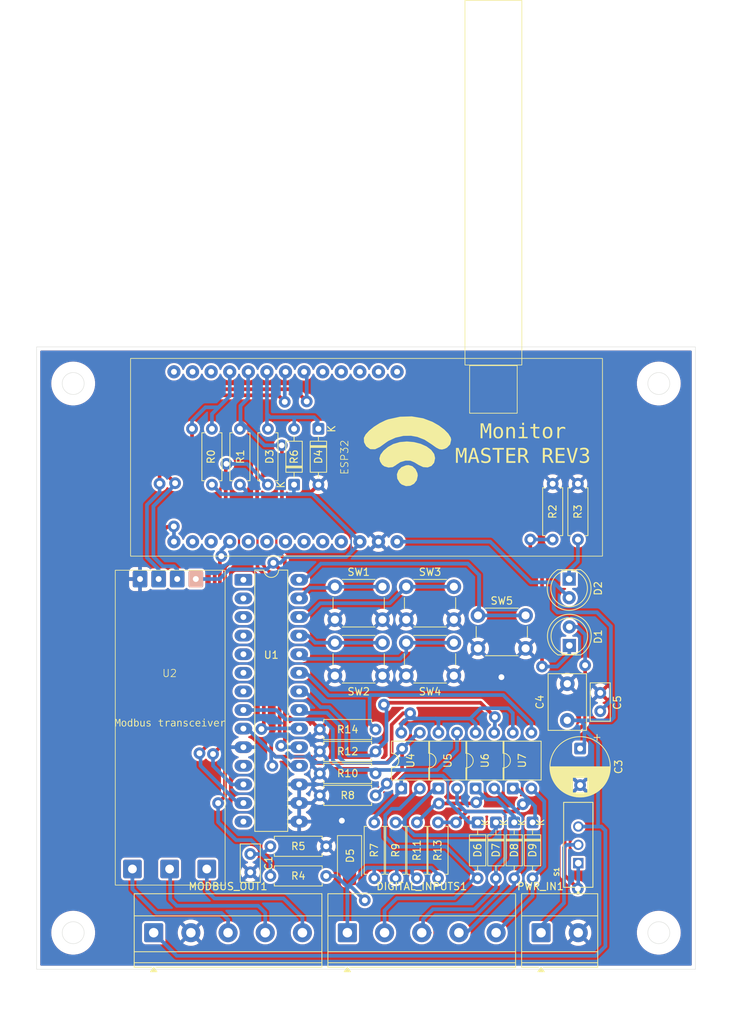
<source format=kicad_pcb>
(kicad_pcb (version 20241229) (generator "pcbnew") (generator_version "9.0")
  (layers (0 "F.Cu" signal) (2 "B.Cu" signal) (13 "F.Paste" user) (15 "B.Paste" user) (5 "F.SilkS" user "F.Silkscreen") (7 "B.SilkS" user "B.Silkscreen") (1 "F.Mask" user) (3 "B.Mask" user) (25 "Edge.Cuts" user))
  (net 0 "")
  (net 1 "Net-(C1-Pad1)")
  (net 2 "GND")
  (net 3 "5V_IN")
  (net 4 "Net-(D1-K)")
  (net 5 "Net-(D1-A)")
  (net 6 "Net-(D2-K)")
  (net 7 "+5V")
  (net 8 "ADC_PIN_1")
  (net 9 "+3.3V")
  (net 10 "BAT")
  (net 11 "D_IN_1")
  (net 12 "Net-(D6-K)")
  (net 13 "D_IN_2")
  (net 14 "Net-(D7-K)")
  (net 15 "Net-(D8-K)")
  (net 16 "D_IN_3")
  (net 17 "Net-(D9-K)")
  (net 18 "D_IN_4")
  (net 22 "LIBRE2")
  (net 23 "INTB")
  (net 26 "SDA")
  (net 31 "RX")
  (net 33 "LIBRE3")
  (net 35 "SCL")
  (net 37 "TX")
  (net 40 "INTA")
  (net 41 "GND_T")
  (net 42 "A+")
  (net 43 "B-")
  (net 44 "IN_1")
  (net 45 "IN_2")
  (net 46 "IN_3")
  (net 47 "IN_4")
  (net 48 "Button_1")
  (net 49 "Button_2")
  (net 50 "Button_3")
  (net 51 "Button_4")
  (net 52 "Button_5")
  (net 53 "Button_6")
  (net 54 "Button_7")
  (net 59 "unconnected-(U1-GPB1-Pad2)")
  (footprint "Button_Switch_THT:SW_PUSH_6mm" (layer "F.Cu") (at 79.665 73.325)
    (property "Reference" "SW4")
    (property "Value" "SW_Push")
  )
  (footprint "Resistor_THT:R_Axial_DIN0207_L6.3mm_D2.5mm_P7.62mm_Horizontal" (layer "F.Cu") (at 81.1233 97.865 -90)
    (property "Reference" "R11")
    (property "Value" "4.7k")
  )
  (footprint "Capacitor_THT:C_Disc_D7.5mm_W5.0mm_P5.00mm" (layer "F.Cu") (at 101.665 83.925 90)
    (property "Reference" "C4")
    (property "Value" "10uF")
  )
  (footprint "Resistor_THT:R_Axial_DIN0207_L6.3mm_D2.5mm_P7.62mm_Horizontal" (layer "F.Cu") (at 67.855 88.175)
    (property "Reference" "R12")
    (property "Value" "10k")
  )
  (footprint "TerminalBlock_Phoenix:TerminalBlock_Phoenix_MKDS-1,5-5-5.08_1x05_P5.08mm_Horizontal" (layer "F.Cu") (at 71.62 112.925)
    (property "Reference" "DIGITAL_INPUTS1")
    (property "Value" "SCREW_TERMINAL_5")
  )
  (footprint "TerminalBlock_Phoenix:TerminalBlock_Phoenix_MKDS-1,5-5-5.08_1x05_P5.08mm_Horizontal" (layer "F.Cu") (at 45.16 112.925)
    (property "Reference" "MODBUS_OUT1")
    (property "Value" "SCREW_TERMINAL_5")
  )
  (footprint "Resistor_THT:R_Axial_DIN0207_L6.3mm_D2.5mm_P7.62mm_Horizontal" (layer "F.Cu") (at 67.855 94.175)
    (property "Reference" "R8")
    (property "Value" "10k")
  )
  (footprint "Capacitor_THT:C_Disc_D5.0mm_W2.5mm_P2.50mm" (layer "F.Cu") (at 58.355 102.175 -90)
    (property "Reference" "C1")
    (property "Value" "100nF")
  )
  (footprint "Capacitor_THT:CP_Radial_D8.0mm_P5.00mm" (layer "F.Cu") (at 103.415 87.7723 -90)
    (property "Reference" "C3")
    (property "Value" "100 uF")
  )
  (footprint "ttgo_lora32:ttgo_lora32" (layer "F.Cu") (at 50 50 90)
    (property "Reference" "ESP32")
    (property "Value" "ESP32")
  )
  (footprint "Button_Switch_THT:SW_PUSH_6mm" (layer "F.Cu") (at 69.915 73.325)
    (property "Reference" "SW2")
    (property "Value" "SW_Push")
  )
  (footprint "TerminalBlock_Phoenix:TerminalBlock_Phoenix_MKDS-1,5-2-5.08_1x02_P5.08mm_Horizontal" (layer "F.Cu") (at 98.08 112.925)
    (property "Reference" "PWR_IN1")
    (property "Value" "SCREW_TERMINAL_2")
  )
  (footprint "Resistor_THT:R_Axial_DIN0207_L6.3mm_D2.5mm_P7.62mm_Horizontal" (layer "F.Cu") (at 53.115 51.735 90)
    (property "Reference" "R0")
    (property "Value" "10k")
  )
  (footprint "Resistor_THT:R_Axial_DIN0207_L6.3mm_D2.5mm_P7.62mm_Horizontal" (layer "F.Cu") (at 67.855 91.175)
    (property "Reference" "R10")
    (property "Value" "10k")
  )
  (footprint "Button_Switch_THT:SW_PUSH_6mm" (layer "F.Cu") (at 69.915 65.675)
    (property "Reference" "SW1")
    (property "Value" "SW_Push")
  )
  (footprint "Resistor_THT:R_Axial_DIN0207_L6.3mm_D2.5mm_P7.62mm_Horizontal" (layer "F.Cu") (at 60.765 44.115 -90)
    (property "Reference" "R6")
    (property "Value" "1k")
  )
  (footprint "Resistor_THT:R_Axial_DIN0207_L6.3mm_D2.5mm_P7.62mm_Horizontal" (layer "F.Cu") (at 99.665 51.615 -90)
    (property "Reference" "R2")
    (property "Value" "10k")
  )
  (footprint "Diode_SMD:D_SMA" (layer "F.Cu") (at 71.915 103.175 -90)
    (property "Reference" "D5")
    (property "Value" "SMAJ24CA")
  )
  (footprint "Resistor_THT:R_Axial_DIN0207_L6.3mm_D2.5mm_P7.62mm_Horizontal" (layer "F.Cu") (at 61.105 105.175)
    (property "Reference" "R4")
    (property "Value" "100k")
  )
  (footprint "Button_Switch_THT:SW_PUSH_6mm" (layer "F.Cu") (at 89.465 69.6)
    (property "Reference" "SW5")
    (property "Value" "SW_Push")
  )
  (footprint "MINI-SPDT-SW:SW_MINI-SPDT-SW" (layer "F.Cu") (at 103.165 100.925 90)
    (property "Reference" "S1")
    (property "Value" "MINI-SPDT-SW")
  )
  (footprint "Resistor_THT:R_Axial_DIN0207_L6.3mm_D2.5mm_P7.62mm_Horizontal" (layer "F.Cu") (at 56.94 51.735 90)
    (property "Reference" "R1")
    (property "Value" "10k")
  )
  (footprint "Diode_THT:D_DO-35_SOD27_P7.62mm_Horizontal" (layer "F.Cu") (at 91.915 97.865 -90)
    (property "Reference" "D7")
    (property "Value" "1N5711")
  )
  (footprint "LED_THT:LED_D5.0mm" (layer "F.Cu") (at 101.945 73.7 90)
    (property "Reference" "D1")
    (property "Value" "LED")
  )
  (footprint "Diode_THT:D_DO-35_SOD27_P7.62mm_Horizontal" (layer "F.Cu") (at 94.415 97.865 -90)
    (property "Reference" "D8")
    (property "Value" "1N5711")
  )
  (footprint "Package_DIP:DIP-4_W7.62mm" (layer "F.Cu") (at 84.06 93.23 90)
    (property "Reference" "U5")
    (property "Value" "PC817")
  )
  (footprint "Diode_THT:D_DO-35_SOD27_P7.62mm_Horizontal" (layer "F.Cu") (at 67.665 44.115 -90)
    (property "Reference" "D4")
    (property "Value" "1N5711")
  )
  (footprint "LED_THT:LED_D5.0mm" (layer "F.Cu") (at 101.915 64.635 -90)
    (property "Reference" "D2")
    (property "Value" "LED")
  )
  (footprint "Capacitor_THT:C_Disc_D5.0mm_W2.5mm_P2.50mm" (layer "F.Cu") (at 106.165 82.675 90)
    (property "Reference" "C5")
    (property "Value" "100nF")
  )
  (footprint "Package_DIP:DIP-28_W7.62mm_LongPads" (layer "F.Cu") (at 57.415 64.735)
    (property "Reference" "U1")
    (property "Value" "MCP23017_SP")
  )
  (footprint "Package_DIP:DIP-4_W7.62mm" (layer "F.Cu") (at 94.22 93.23 90)
    (property "Reference" "U7")
    (property "Value" "PC817")
  )
  (footprint "Resistor_THT:R_Axial_DIN0207_L6.3mm_D2.5mm_P7.62mm_Horizontal" (layer "F.Cu") (at 84 97.865 -90)
    (property "Reference" "R13")
    (property "Value" "4.7k")
  )
  (footprint "Package_DIP:DIP-4_W7.62mm" (layer "F.Cu") (at 89.14 93.23 90)
    (property "Reference" "U6")
    (property "Value" "PC817")
  )
  (footprint "xy-017:XY-017" (layer "F.Cu") (at 54.865 84.925 -90)
    (property "Reference" "U2")
    (property "Value" "RS485_TRANSCEIVER")
  )
  (footprint "Resistor_THT:R_Axial_DIN0207_L6.3mm_D2.5mm_P7.62mm_Horizontal" (layer "F.Cu") (at 78.2067 97.865 -90)
    (property "Reference" "R9")
    (property "Value" "4.7k")
  )
  (footprint "Diode_THT:D_DO-35_SOD27_P7.62mm_Horizontal" (layer "F.Cu") (at 96.915 97.865 -90)
    (property "Reference" "D9")
    (property "Value" "1N5711")
  )
  (footprint "Button_Switch_THT:SW_PUSH_6mm" (layer "F.Cu") (at 79.665 65.675)
    (property "Reference" "SW3")
    (property "Value" "SW_Push")
  )
  (footprint "Resistor_THT:R_Axial_DIN0207_L6.3mm_D2.5mm_P7.62mm_Horizontal" (layer "F.Cu") (at 68.725 101.125 180)
    (property "Reference" "R5")
    (property "Value" "10k")
  )
  (footprint "Diode_THT:D_DO-35_SOD27_P7.62mm_Horizontal" (layer "F.Cu") (at 89.415 97.865 -90)
    (property "Reference" "D6")
    (property "Value" "1N5711")
  )
  (footprint "Resistor_THT:R_Axial_DIN0207_L6.3mm_D2.5mm_P7.62mm_Horizontal" (layer "F.Cu") (at 67.855 85.175)
    (property "Reference" "R14")
    (property "Value" "10k")
  )
  (footprint "Resistor_THT:R_Axial_DIN0207_L6.3mm_D2.5mm_P7.62mm_Horizontal" (layer "F.Cu") (at 103.115 51.615 -90)
    (property "Reference" "R3")
    (property "Value" "10k")
  )
  (footprint "Resistor_THT:R_Axial_DIN0207_L6.3mm_D2.5mm_P7.62mm_Horizontal" (layer "F.Cu") (at 75.29 97.865 -90)
    (property "Reference" "R7")
    (property "Value" "4.7k")
  )
  (footprint "LOGO" (layer "F.Cu") (at 79.8 47.2)
    (property "Reference" "G***")
    (property "Value" "LOGO" (hide yes))
  )
  (footprint "Package_DIP:DIP-4_W7.62mm" (layer "F.Cu") (at 78.98 93.23 90)
    (property "Reference" "U4")
    (property "Value" "PC817")
  )
  (footprint "Diode_THT:D_DO-35_SOD27_P7.62mm_Horizontal" (layer "F.Cu") (at 64.34 51.735 90)
    (property "Reference" "D3")
    (property "Value" "1N5711")
  )
  (gr_circle (center 114.165 37.925) (end 115.665 37.925) (stroke (width 0.05)) (fill no) (layer "Edge.Cuts"))
  (gr_rect (start 29.165 32.925) (end 119.165 117.925) (stroke (width 0.05)) (fill no) (layer "Edge.Cuts"))
  (gr_circle (center 114.165 112.925) (end 115.665 112.925) (stroke (width 0.05)) (fill no) (layer "Edge.Cuts"))
  (gr_circle (center 34.165 37.925) (end 35.665 37.925) (stroke (width 0.05)) (fill no) (layer "Edge.Cuts"))
  (gr_circle (center 34.165 112.925) (end 35.665 112.925) (stroke (width 0.05)) (fill no) (layer "Edge.Cuts"))
  (gr_text "Monitor\nMASTER REV3" (at 95.6 49.1 0) (layer "F.SilkS") (effects (font (size 2 2) (thickness 0.1)) (justify bottom)))
  (gr_text "Modbus transceiver" (at 47.415 84.925 0) (layer "F.SilkS") (effects (font (size 1 1) (thickness 0.1)) (justify bottom)))
  (segment (start 56.815 58.425) (end 55 56.61) (width 0.5) (layer "F.Cu") (net 1))
  (segment (start 53.965 95.225) (end 54.9 94.29) (width 0.5) (layer "F.Cu") (net 1))
  (segment (start 54.9 63) (end 56.815 61.085) (width 0.5) (layer "F.Cu") (net 1))
  (segment (start 55 56.61) (end 55 49) (width 0.5) (layer "F.Cu") (net 1))
  (segment (start 55 49) (end 55.1 48.9) (width 0.5) (layer "F.Cu") (net 1))
  (segment (start 56.815 61.175) (end 56.815 58.425) (width 0.3) (layer "F.Cu") (net 1))
  (segment (start 54.9 94.29) (end 54.9 63) (width 0.5) (layer "F.Cu") (net 1))
  (segment (start 56.815 61.085) (end 56.815 60.825) (width 0.5) (layer "F.Cu") (net 1))
  (via (at 55.1 48.9) (size 1.6) (drill 0.8) (layers "F.Cu" "B.Cu") (net 1))
  (via (at 53.965 95.225) (size 1.6) (drill 0.8) (layers "F.Cu" "B.Cu") (net 1))
  (segment (start 61.105 103.365) (end 59.915 102.175) (width 0.5) (layer "B.Cu") (net 1))
  (segment (start 53.965 97.825) (end 56.415 100.275) (width 0.5) (layer "B.Cu") (net 1))
  (segment (start 59.915 101.725) (end 59.915 102.175) (width 0.5) (layer "B.Cu") (net 1))
  (segment (start 60.765 51.735) (end 57.93 48.9) (width 0.5) (layer "B.Cu") (net 1))
  (segment (start 57.93 48.9) (end 55.1 48.9) (width 0.5) (layer "B.Cu") (net 1))
  (segment (start 59.915 102.175) (end 58.355 102.175) (width 0.5) (layer "B.Cu") (net 1))
  (segment (start 61.105 105.175) (end 61.105 103.365) (width 0.5) (layer "B.Cu") (net 1))
  (segment (start 58.465 100.275) (end 59.915 101.725) (width 0.5) (layer "B.Cu") (net 1))
  (segment (start 60.055 102.175) (end 61.105 101.125) (width 0.5) (layer "B.Cu") (net 1))
  (segment (start 56.415 100.275) (end 58.465 100.275) (width 0.5) (layer "B.Cu") (net 1))
  (segment (start 58.355 102.175) (end 60.055 102.175) (width 0.2) (layer "B.Cu") (net 1))
  (segment (start 60.6504 51.6204) (end 60.765 51.735) (width 0.2) (layer "B.Cu") (net 1))
  (segment (start 53.965 95.225) (end 53.965 97.825) (width 0.5) (layer "B.Cu") (net 1))
  (via (at 70.865 97.625) (size 1.6) (drill 0.8) (layers "F.Cu" "B.Cu") (net 2))
  (via (at 92.665 78.025) (size 1.6) (drill 0.8) (layers "F.Cu" "B.Cu") (net 2))
  (segment (start 101.215 108.865) (end 98.08 112) (width 0.5) (layer "B.Cu") (net 3))
  (segment (start 101.215 101.308539) (end 101.215 108.865) (width 0.5) (layer "B.Cu") (net 3))
  (segment (start 103.165 100.925) (end 101.598539 100.925) (width 0.5) (layer "B.Cu") (net 3))
  (segment (start 101.598539 100.925) (end 101.215 101.308539) (width 0.5) (layer "B.Cu") (net 3))
  (segment (start 98.08 112) (end 98.08 112.925) (width 0.2) (layer "B.Cu") (net 3))
  (segment (start 96.615 60.775) (end 96.615 59.225) (width 0.5) (layer "F.Cu") (net 4))
  (segment (start 98.215 62.375) (end 96.615 60.775) (width 0.5) (layer "F.Cu") (net 4))
  (segment (start 98.215 76.575) (end 98.215 62.375) (width 0.5) (layer "F.Cu") (net 4))
  (via (at 96.615 59.225) (size 1.6) (drill 0.8) (layers "F.Cu" "B.Cu") (net 4))
  (via (at 98.215 76.575) (size 1.6) (drill 0.8) (layers "F.Cu" "B.Cu") (net 4))
  (segment (start 101.945 73.7) (end 101.945 74.9017) (width 0.5) (layer "B.Cu") (net 4))
  (segment (start 99.665 59.235) (end 99.5382 59.235) (width 0.2) (layer "B.Cu") (net 4))
  (segment (start 100.2717 76.575) (end 98.215 76.575) (width 0.5) (layer "B.Cu") (net 4))
  (segment (start 101.945 74.9017) (end 100.2717 76.575) (width 0.5) (layer "B.Cu") (net 4))
  (segment (start 98.914 59.225) (end 98.914 59.235) (width 0.5) (layer "B.Cu") (net 4))
  (segment (start 96.615 59.225) (end 98.914 59.225) (width 0.5) (layer "B.Cu") (net 4))
  (segment (start 104.1 84.3) (end 104.1 76.4) (width 0.5) (layer "F.Cu") (net 5))
  (segment (start 101.3 87.1) (end 104.1 84.3) (width 0.5) (layer "F.Cu") (net 5))
  (segment (start 103.1 106.9) (end 101.3 105.1) (width 0.5) (layer "F.Cu") (net 5))
  (segment (start 101.3 105.1) (end 101.3 87.1) (width 0.5) (layer "F.Cu") (net 5))
  (via (at 104.1 76.4) (size 1.6) (drill 0.8) (layers "F.Cu" "B.Cu") (net 5))
  (via (at 103.1 106.9) (size 1.6) (drill 0.8) (layers "F.Cu" "B.Cu") (net 5))
  (segment (start 101.945 71.16) (end 103.06 71.16) (width 0.5) (layer "B.Cu") (net 5))
  (segment (start 103.06 71.16) (end 104.1 72.2) (width 0.5) (layer "B.Cu") (net 5))
  (segment (start 103.165 106.835) (end 103.1 106.9) (width 0.5) (layer "B.Cu") (net 5))
  (segment (start 104.1 72.2) (end 104.1 76.4) (width 0.5) (layer "B.Cu") (net 5))
  (segment (start 103.165 103.425) (end 103.165 106.835) (width 0.5) (layer "B.Cu") (net 5))
  (segment (start 101.915 64.635) (end 101.915 63.4333) (width 0.5) (layer "B.Cu") (net 6))
  (segment (start 103.115 62.2333) (end 101.915 63.4333) (width 0.5) (layer "B.Cu") (net 6))
  (segment (start 103.115 59.235) (end 103.115 62.2333) (width 0.5) (layer "B.Cu") (net 6))
  (segment (start 96.685 65.075) (end 99.815 65.075) (width 0.5) (layer "B.Cu") (net 7))
  (segment (start 105.715 69.175) (end 107.615 71.075) (width 0.5) (layer "B.Cu") (net 7))
  (segment (start 105.867398 87.037398) (end 104.005 85.175) (width 0.5) (layer "B.Cu") (net 7))
  (segment (start 101.665 83.925) (end 103.415 83.925) (width 0.5) (layer "B.Cu") (net 7))
  (segment (start 106.865 98.975) (end 106.865 114.779051) (width 0.5) (layer "B.Cu") (net 7))
  (segment (start 104.005 85.175) (end 104.005 84.515) (width 0.5) (layer "B.Cu") (net 7))
  (segment (start 105.565 116.079051) (end 48.314051 116.079051) (width 0.5) (layer "B.Cu") (net 7))
  (segment (start 104.005 87.1823) (end 104.005 85.175) (width 0.5) (layer "B.Cu") (net 7))
  (segment (start 103.415 87.7723) (end 104.005 87.1823) (width 0.2) (layer "B.Cu") (net 7))
  (segment (start 99.815 65.075) (end 101.915 67.175) (width 0.5) (layer "B.Cu") (net 7))
  (segment (start 100.315 69.175) (end 105.715 69.175) (width 0.5) (layer "B.Cu") (net 7))
  (segment (start 106.865 114.779051) (end 105.565 116.079051) (width 0.5) (layer "B.Cu") (net 7))
  (segment (start 78.41 59.525) (end 91.135 59.525) (width 0.5) (layer "B.Cu") (net 7))
  (segment (start 105.867398 90.224698) (end 105.867398 87.037398) (width 0.5) (layer "B.Cu") (net 7))
  (segment (start 107.615 71.075) (end 107.615 81.225) (width 0.5) (layer "B.Cu") (net 7))
  (segment (start 105.867398 95.425) (end 105.867398 98.282602) (width 0.5) (layer "B.Cu") (net 7))
  (segment (start 103.415 83.925) (end 104.915 83.925) (width 0.5) (layer "B.Cu") (net 7))
  (segment (start 104.915 83.925) (end 107.615 83.925) (width 0.5) (layer "B.Cu") (net 7))
  (segment (start 105.867398 98.282602) (end 105.725 98.425) (width 0.5) (layer "B.Cu") (net 7))
  (segment (start 99.815 68.675) (end 100.315 69.175) (width 0.5) (layer "B.Cu") (net 7))
  (segment (start 105.867398 95.425) (end 105.867398 95.722602) (width 0.5) (layer "B.Cu") (net 7))
  (segment (start 107.615 83.925) (end 108.015 83.525) (width 0.5) (layer "B.Cu") (net 7))
  (segment (start 105.725 98.425) (end 103.165 98.425) (width 0.5) (layer "B.Cu") (net 7))
  (segment (start 48.314051 116.079051) (end 45.16 112.925) (width 0.5) (layer "B.Cu") (net 7))
  (segment (start 105.867398 90.224698) (end 105.867398 95.425) (width 0.5) (layer "B.Cu") (net 7))
  (segment (start 105.725 98.425) (end 106.315 98.425) (width 0.5) (layer "B.Cu") (net 7))
  (segment (start 91.135 59.525) (end 96.685 65.075) (width 0.5) (layer "B.Cu") (net 7))
  (segment (start 106.315 98.425) (end 106.865 98.975) (width 0.5) (layer "B.Cu") (net 7))
  (segment (start 104.005 84.515) (end 103.415 83.925) (width 0.5) (layer "B.Cu") (net 7))
  (segment (start 107.615 81.225) (end 106.696037 82.143963) (width 0.5) (layer "B.Cu") (net 7))
  (segment (start 108.015 81.625) (end 107.615 81.225) (width 0.5) (layer "B.Cu") (net 7))
  (segment (start 108.015 83.525) (end 108.015 81.625) (width 0.5) (layer "B.Cu") (net 7))
  (segment (start 99.815 65.075) (end 99.815 68.675) (width 0.5) (layer "B.Cu") (net 7))
  (segment (start 60.63 36.325) (end 60.63 42.075) (width 0.5) (layer "B.Cu") (net 8))
  (segment (start 64.365 42.525) (end 64.365 43.364) (width 0.5) (layer "B.Cu") (net 8))
  (segment (start 64.365 43.364) (end 64.34 43.364) (width 0.2) (layer "B.Cu") (net 8))
  (segment (start 60.63 42.075) (end 61.08 42.525) (width 0.5) (layer "B.Cu") (net 8))
  (segment (start 60.63 43.98) (end 60.765 44.115) (width 0.2) (layer "B.Cu") (net 8))
  (segment (start 64.365 42.525) (end 67.065 42.525) (width 0.5) (layer "B.Cu") (net 8))
  (segment (start 60.63 42.075) (end 60.63 43.98) (width 0.5) (layer "B.Cu") (net 8))
  (segment (start 67.565 43.025) (end 67.065 42.525) (width 0.5) (layer "B.Cu") (net 8))
  (segment (start 67.565 43.152926) (end 67.565 43.025) (width 0.5) (layer "B.Cu") (net 8))
  (segment (start 67.565 43.152926) (end 67.133963 43.583963) (width 0.5) (layer "B.Cu") (net 8))
  (segment (start 61.08 42.525) (end 64.365 42.525) (width 0.5) (layer "B.Cu") (net 8))
  (segment (start 62.365 63.275) (end 61.505 62.415) (width 0.5) (layer "F.Cu") (net 9))
  (segment (start 61.215 88.265) (end 61.215 86.825) (width 0.5) (layer "F.Cu") (net 9))
  (segment (start 61.215 86.825) (end 62.365 85.675) (width 0.5) (layer "F.Cu") (net 9))
  (segment (start 77.665 89.025) (end 76.94 89.75) (width 0.5) (layer "F.Cu") (net 9))
  (segment (start 61.215 89.965) (end 61.375 90.125) (width 0.5) (layer "F.Cu") (net 9))
  (segment (start 61.834 88.884) (end 61.215 88.265) (width 0.5) (layer "F.Cu") (net 9))
  (segment (start 67.49 89.75) (end 66.624 88.884) (width 0.5) (layer "F.Cu") (net 9))
  (segment (start 80.19 82.95) (end 79.24 82.95) (width 0.5) (layer "F.Cu") (net 9))
  (segment (start 61.215 88.415) (end 61.215 89.965) (width 0.5) (layer "F.Cu") (net 9))
  (segment (start 79.24 82.95) (end 77.665 84.525) (width 0.5) (layer "F.Cu") (net 9))
  (segment (start 62.365 85.675) (end 62.365 63.275) (width 0.5) (layer "F.Cu") (net 9))
  (segment (start 66.624 88.884) (end 61.834 88.884) (width 0.5) (layer "F.Cu") (net 9))
  (segment (start 77.665 84.525) (end 77.665 89.025) (width 0.5) (layer "F.Cu") (net 9))
  (segment (start 76.94 89.75) (end 67.49 89.75) (width 0.5) (layer "F.Cu") (net 9))
  (via (at 80.19 82.95) (size 1.6) (drill 0.8) (layers "F.Cu" "B.Cu") (net 9))
  (via (at 61.505 62.415) (size 1.6) (drill 0.8) (layers "F.Cu" "B.Cu") (net 9))
  (via (at 61.375 90.125) (size 1.6) (drill 0.8) (layers "F.Cu" "B.Cu") (net 9))
  (segment (start 89.14 85.61) (end 89.14 84.4) (width 0.5) (layer "B.Cu") (net 9))
  (segment (start 57.765 52.56) (end 57.471037 52.266037) (width 0.5) (layer "B.Cu") (net 9))
  (segment (start 94.22 84.859) (end 94.22 82.93) (width 0.5) (layer "B.Cu") (net 9))
  (segment (start 61.755 90.505) (end 61.375 90.125) (width 0.5) (layer "B.Cu") (net 9))
  (segment (start 64.503963 90.666037) (end 64.284 90.446074) (width 0.5) (layer "B.Cu") (net 9))
  (segment (start 93.565 82.275) (end 89.815 82.275) (width 0.5) (layer "B.Cu") (net 9))
  (segment (start 83.715 83.675) (end 88.415 83.675) (width 0.5) (layer "B.Cu") (net 9))
  (segment (start 61.235 89.985) (end 61.375 90.125) (width 0.5) (layer "B.Cu") (net 9))
  (segment (start 71.9475 58.1425) (end 73.33 59.525) (width 0.5) (layer "B.Cu") (net 9))
  (segment (start 71.9475 58.1425) (end 72.141 58.336) (width 0.5) (layer "B.Cu") (net 9))
  (segment (start 89.815 82.275) (end 88.415 83.675) (width 0.5) (layer "B.Cu") (net 9))
  (segment (start 57.765 52.56) (end 57.765 53.003906) (width 0.5) (layer "B.Cu") (net 9))
  (segment (start 89.14 84.4) (end 88.415 83.675) (width 0.5) (layer "B.Cu") (net 9))
  (segment (start 57.765 53.003906) (end 57.74 53.028906) (width 0.5) (layer "B.Cu") (net 9))
  (segment (start 58.166 85.236) (end 58.166 85.055) (width 0.5) (layer "B.Cu") (net 9))
  (segment (start 60.62 63.3) (end 55.5 63.3) (width 0.5) (layer "B.Cu") (net 9))
  (segment (start 64.315 52.957812) (end 64.315 52.225) (width 0.5) (layer "B.Cu") (net 9))
  (segment (start 63.265 61.625) (end 62.475 62.415) (width 0.5) (layer "B.Cu") (net 9))
  (segment (start 57.74 53.028906) (end 54.408906 53.028906) (width 0.5) (layer "B.Cu") (net 9))
  (segment (start 64.284 90.446074) (end 64.284 89.823926) (width 0.5) (layer "B.Cu") (net 9))
  (segment (start 94.22 82.93) (end 93.565 82.275) (width 0.5) (layer "B.Cu") (net 9))
  (segment (start 71.465 61.625) (end 63.265 61.625) (width 0.5) (layer "B.Cu") (net 9))
  (segment (start 66.833906 53.028906) (end 71.9475 58.1425) (width 0.5) (layer "B.Cu") (net 9))
  (segment (start 55.5 63.3) (end 54.175 64.625) (width 0.5) (layer "B.Cu") (net 9))
  (segment (start 63.933963 90.173963) (end 62.66 88.9) (width 0.5) (layer "B.Cu") (net 9))
  (segment (start 64.284 89.823926) (end 63.933963 90.173963) (width 0.5) (layer "B.Cu") (net 9))
  (segment (start 72.065 61.025) (end 71.465 61.625) (width 0.5) (layer "B.Cu") (net 9))
  (segment (start 72.141 58.336) (end 72.141 60.949) (width 0.2) (layer "B.Cu") (net 9))
  (segment (start 62.475 62.415) (end 61.505 62.415) (width 0.5) (layer "B.Cu") (net 9))
  (segment (start 80.915 83.675) (end 80.19 82.95) (width 0.5) (layer "B.Cu") (net 9))
  (segment (start 84.06 84.02) (end 83.715 83.675) (width 0.5) (layer "B.Cu") (net 9))
  (segment (start 73.33 59.76) (end 72.065 61.025) (width 0.5) (layer "B.Cu") (net 9))
  (segment (start 72.141 60.949) (end 72.065 61.025) (width 0.5) (layer "B.Cu") (net 9))
  (segment (start 62.66 88.9) (end 61.83 88.9) (width 0.5) (layer "B.Cu") (net 9))
  (segment (start 61.505 62.415) (end 60.62 63.3) (width 0.5) (layer "B.Cu") (net 9))
  (segment (start 64.265 53.007812) (end 64.315 52.957812) (width 0.5) (layer "B.Cu") (net 9))
  (segment (start 54.175 64.625) (end 50.915 64.625) (width 0.5) (layer "B.Cu") (net 9))
  (segment (start 61.83 88.9) (end 58.166 85.236) (width 0.5) (layer "B.Cu") (net 9))
  (segment (start 78.98 85.61) (end 78.98 84.485) (width 0.5) (layer "B.Cu") (net 9))
  (segment (start 61.235 88.535) (end 61.235 89.985) (width 0.5) (layer "B.Cu") (net 9))
  (segment (start 84.06 85.61) (end 84.06 84.02) (width 0.5) (layer "B.Cu") (net 9))
  (segment (start 50.380095 63.885699) (end 50.277898 63.987896) (width 0.5) (layer "B.Cu") (net 9))
  (segment (start 79.79 83.675) (end 80.915 83.675) (width 0.5) (layer "B.Cu") (net 9))
  (segment (start 61.35 88.42) (end 61.235 88.535) (width 0.5) (layer "B.Cu") (net 9))
  (segment (start 78.98 84.485) (end 79.79 83.675) (width 0.5) (layer "B.Cu") (net 9))
  (segment (start 54.408906 53.028906) (end 53.115 51.735) (width 0.5) (layer "B.Cu") (net 9))
  (segment (start 73.33 59.525) (end 73.33 59.76) (width 0.5) (layer "B.Cu") (net 9))
  (segment (start 64.243906 53.028906) (end 66.833906 53.028906) (width 0.5) (layer "B.Cu") (net 9))
  (segment (start 54.405 53.025) (end 54.408906 53.028906) (width 0.5) (layer "B.Cu") (net 9))
  (segment (start 57.74 53.028906) (end 64.243906 53.028906) (width 0.5) (layer "B.Cu") (net 9))
  (segment (start 64.243906 53.028906) (end 64.265 53.007812) (width 0.5) (layer "B.Cu") (net 9))
  (segment (start 80.915 83.675) (end 83.715 83.675) (width 0.5) (layer "B.Cu") (net 9))
  (segment (start 73.99 108.5) (end 74 108.5) (width 0.5) (layer "F.Cu") (net 10))
  (segment (start 71.915 106.425) (end 73.99 108.5) (width 0.5) (layer "F.Cu") (net 10))
  (segment (start 71.915 105.175) (end 71.915 106.425) (width 0.5) (layer "F.Cu") (net 10))
  (via (at 74 108.5) (size 1.6) (drill 0.8) (layers "F.Cu" "B.Cu") (net 10))
  (segment (start 75.29 104.075) (end 74.215 104.075) (width 0.5) (layer "B.Cu") (net 10))
  (segment (start 71.62 106.68) (end 71.62 108.07) (width 0.5) (layer "B.Cu") (net 10))
  (segment (start 71.62 108.125) (end 71.62 112.925) (width 0.5) (layer "B.Cu") (net 10))
  (segment (start 84.04 105) (end 84.04 105.485) (width 0.5) (layer "B.Cu") (net 10))
  (segment (start 71.62 108.07) (end 71.62 108.125) (width 0.5) (layer "B.Cu") (net 10))
  (segment (start 78.365 104.05) (end 78.365 105.3267) (width 0.5) (layer "B.Cu") (net 10))
  (segment (start 72.17 106.67) (end 71.62 106.67) (width 0.5) (layer "B.Cu") (net 10))
  (segment (start 75.29 104.075) (end 75.29 104.734) (width 0.5) (layer "B.Cu") (net 10))
  (segment (start 80.465 104.05) (end 80.465 104.8267) (width 0.5) (layer "B.Cu") (net 10))
  (segment (start 78.365 104.05) (end 80.465 104.05) (width 0.5) (layer "B.Cu") (net 10))
  (segment (start 75.29 104.075) (end 75.265 104.05) (width 0.5) (layer "B.Cu") (net 10))
  (segment (start 83.09 104.05) (end 84.04 105) (width 0.5) (layer "B.Cu") (net 10))
  (segment (start 80.465 104.8267) (end 81.1233 105.485) (width 0.5) (layer "B.Cu") (net 10))
  (segment (start 78.365 105.3267) (end 78.2067 105.485) (width 0.5) (layer "B.Cu") (net 10))
  (segment (start 75.265 104.05) (end 78.365 104.05) (width 0.5) (layer "B.Cu") (net 10))
  (segment (start 80.465 104.05) (end 83.09 104.05) (width 0.5) (layer "B.Cu") (net 10))
  (segment (start 71.62 106.67) (end 71.62 108.07) (width 0.5) (layer "B.Cu") (net 10))
  (segment (start 74.24 104.05) (end 71.62 106.67) (width 0.5) (layer "B.Cu") (net 10))
  (segment (start 68.725 105.175) (end 70.115 105.175) (width 0.5) (layer "B.Cu") (net 10))
  (segment (start 74.215 104.075) (end 74 104.29) (width 0.5) (layer "B.Cu") (net 10))
  (segment (start 75.265 104.05) (end 74.24 104.05) (width 0.5) (layer "B.Cu") (net 10))
  (segment (start 74 108.5) (end 72.17 106.67) (width 0.5) (layer "B.Cu") (net 10))
  (segment (start 70.115 105.175) (end 71.62 106.68) (width 0.5) (layer "B.Cu") (net 10))
  (segment (start 87.915 106.575) (end 89.005 105.485) (width 0.5) (layer "B.Cu") (net 11))
  (segment (start 78.365 108.225) (end 86.265 108.225) (width 0.5) (layer "B.Cu") (net 11))
  (segment (start 76.784356 99.844356) (end 78.115 101.175) (width 0.5) (layer "B.Cu") (net 11))
  (segment (start 78.75 96) (end 77.677491 96) (width 0.5) (layer "B.Cu") (net 11))
  (segment (start 89.005 105.485) (end 89.415 105.485) (width 0.5) (layer "B.Cu") (net 11))
  (segment (start 76.784356 96.893135) (end 76.784356 99.844356) (width 0.5) (layer "B.Cu") (net 11))
  (segment (start 76.7 112.925) (end 76.7 109.89) (width 0.5) (layer "B.Cu") (net 11))
  (segment (start 77.677491 96) (end 76.784356 96.893135) (width 0.5) (layer "B.Cu") (net 11))
  (segment (start 81.52 93.23) (end 78.75 96) (width 0.5) (layer "B.Cu") (net 11))
  (segment (start 86.265 108.225) (end 87.915 106.575) (width 0.5) (layer "B.Cu") (net 11))
  (segment (start 76.7 109.89) (end 78.365 108.225) (width 0.5) (layer "B.Cu") (net 11))
  (segment (start 85.105 101.175) (end 89.415 105.485) (width 0.5) (layer "B.Cu") (net 11))
  (segment (start 87.915 106.575) (end 88.365 106.125) (width 0.2) (layer "B.Cu") (net 11))
  (segment (start 78.115 101.175) (end 85.105 101.175) (width 0.5) (layer "B.Cu") (net 11))
  (segment (start 81.52 93.48) (end 81.52 93.23) (width 0.5) (layer "B.Cu") (net 11))
  (segment (start 78.98 93.23) (end 78.98 92.02) (width 0.5) (layer "B.Cu") (net 12))
  (segment (start 84.998621 91.858621) (end 85.3697 92.2297) (width 0.3) (layer "B.Cu") (net 12))
  (segment (start 85.365 92.2344) (end 85.365 94.875) (width 0.3) (layer "B.Cu") (net 12))
  (segment (start 79.5 91.5) (end 84.64 91.5) (width 0.5) (layer "B.Cu") (net 12))
  (segment (start 78.98 92.02) (end 79.5 91.5) (width 0.5) (layer "B.Cu") (net 12))
  (segment (start 85.3697 94.9797) (end 88.255 97.865) (width 0.5) (layer "B.Cu") (net 12))
  (segment (start 84.64 91.5) (end 85.3697 92.2297) (width 0.5) (layer "B.Cu") (net 12))
  (segment (start 85.3697 92.2297) (end 85.365 92.2344) (width 0.3) (layer "B.Cu") (net 12))
  (segment (start 85.365 94.875) (end 85.3697 94.8797) (width 0.3) (layer "B.Cu") (net 12))
  (segment (start 88.255 97.865) (end 89.415 97.865) (width 0.5) (layer "B.Cu") (net 12))
  (segment (start 75.29 97.2) (end 78.98 93.51) (width 0.5) (layer "B.Cu") (net 12))
  (segment (start 75.29 97.865) (end 75.29 97.2) (width 0.5) (layer "B.Cu") (net 12))
  (segment (start 78.98 93.51) (end 78.98 93.23) (width 0.5) (layer "B.Cu") (net 12))
  (segment (start 93.215 96.879459) (end 92.860541 96.525) (width 0.35) (layer "B.Cu") (net 13))
  (segment (start 91.915 103.975) (end 93.215 102.675) (width 0.5) (layer "B.Cu") (net 13))
  (segment (start 92.710541 96.375) (end 87.765 96.375) (width 0.5) (layer "B.Cu") (net 13))
  (segment (start 86.6 95.21) (end 86.6 93.23) (width 0.5) (layer "B.Cu") (net 13))
  (segment (start 86.6 93.23) (end 86.6 93.41) (width 0.2) (layer "B.Cu") (net 13))
  (segment (start 87.765 96.375) (end 86.6 95.21) (width 0.5) (layer "B.Cu") (net 13))
  (segment (start 88.965 109.725) (end 83.315 109.725) (width 0.5) (layer "B.Cu") (net 13))
  (segment (start 93.215 102.675) (end 93.215 99.075) (width 0.5) (layer "B.Cu") (net 13))
  (segment (start 83.315 109.725) (end 81.965 111.075) (width 0.5) (layer "B.Cu") (net 13))
  (segment (start 81.965 111.075) (end 81.965 111.924) (width 0.5) (layer "B.Cu") (net 13))
  (segment (start 91.915 106.236) (end 91.915 106.775) (width 0.5) (layer "B.Cu") (net 13))
  (segment (start 91.915 106.775) (end 88.965 109.725) (width 0.5) (layer "B.Cu") (net 13))
  (segment (start 83.065 112.925) (end 81.78 112.925) (width 0.2) (layer "B.Cu") (net 13))
  (segment (start 81.965 111.924) (end 81.78 111.924) (width 0.5) (layer "B.Cu") (net 13))
  (segment (start 93.215 99.075) (end 93.215 96.879459) (width 0.35) (layer "B.Cu") (net 13))
  (segment (start 91.915 105.485) (end 91.915 103.975) (width 0.5) (layer "B.Cu") (net 13))
  (segment (start 83.56 93.23) (end 84.06 93.23) (width 0.5) (layer "B.Cu") (net 14))
  (segment (start 79.4612 97.3288) (end 83.56 93.23) (width 0.5) (layer "B.Cu") (net 14))
  (segment (start 78.2067 97.865) (end 79.425 97.865) (width 0.5) (layer "B.Cu") (net 14))
  (segment (start 79.4612 97.8288) (end 79.4612 97.3288) (width 0.5) (layer "B.Cu") (net 14))
  (segment (start 79.4612 97.3288) (end 79.4612 98.302012) (width 0.5) (layer "B.Cu") (net 14))
  (segment (start 79.425 97.865) (end 79.4612 97.8288) (width 0.5) (layer "B.Cu") (net 14))
  (segment (start 80.770763 99.611575) (end 91.078425 99.611575) (width 0.5) (layer "B.Cu") (net 14))
  (segment (start 91.915 98.775) (end 91.915 97.865) (width 0.5) (layer "B.Cu") (net 14))
  (segment (start 79.4612 98.302012) (end 80.770763 99.611575) (width 0.5) (layer "B.Cu") (net 14))
  (segment (start 91.078425 99.611575) (end 91.915 98.775) (width 0.5) (layer "B.Cu") (net 14))
  (segment (start 89.065 95.275) (end 89.215 95.125) (width 0.5) (layer "F.Cu") (net 15))
  (segment (start 84.115 95.275) (end 89.065 95.275) (width 0.5) (layer "F.Cu") (net 15))
  (via (at 84.115 95.275) (size 1.6) (drill 0.8) (layers "F.Cu" "B.Cu") (net 15))
  (via (at 89.215 95.125) (size 1.6) (drill 0.8) (layers "F.Cu" "B.Cu") (net 15))
  (segment (start 84.115 95.275) (end 83.7133 95.275) (width 0.5) (layer "B.Cu") (net 15))
  (segment (start 94.415 97.075) (end 92.065 94.725) (width 0.5) (layer "B.Cu") (net 15))
  (segment (start 92.065 94.725) (end 90.635 94.725) (width 0.5) (layer "B.Cu") (net 15))
  (segment (start 89.461329 95.053871) (end 90.2126 94.3026) (width 0.5) (layer "B.Cu") (net 15))
  (segment (start 94.415 97.865) (end 94.415 97.075) (width 0.5) (layer "B.Cu") (net 15))
  (segment (start 89.286129 95.053871) (end 89.461329 95.053871) (width 0.5) (layer "B.Cu") (net 15))
  (segment (start 82.4377 96.5506) (end 82.38915 96.59915) (width 0.2) (layer "B.Cu") (net 15))
  (segment (start 89.215 95.125) (end 89.286129 95.053871) (width 0.5) (layer "B.Cu") (net 15))
  (segment (start 83.7133 95.275) (end 81.654337 97.333963) (width 0.5) (layer "B.Cu") (net 15))
  (segment (start 90.635 94.725) (end 90.2126 94.3026) (width 0.5) (layer "B.Cu") (net 15))
  (segment (start 82.38915 96.59915) (end 81.1233 97.865) (width 0.2) (layer "B.Cu") (net 15))
  (segment (start 90.2126 94.3026) (end 89.14 93.23) (width 0.5) (layer "B.Cu") (net 15))
  (segment (start 94.415 105.175) (end 94.415 105.485) (width 0.5) (layer "B.Cu") (net 16))
  (segment (start 95.5659 99.025) (end 95.5659 104.0241) (width 0.5) (layer "B.Cu") (net 16))
  (segment (start 86.86 112.925) (end 87.915 112.925) (width 0.5) (layer "B.Cu") (net 16))
  (segment (start 95.5659 104.0241) (end 94.415 105.175) (width 0.5) (layer "B.Cu") (net 16))
  (segment (start 94.995 96.545) (end 95.5659 97.1159) (width 0.35) (layer "B.Cu") (net 16))
  (segment (start 94.415 106.425) (end 94.415 105.485) (width 0.5) (layer "B.Cu") (net 16))
  (segment (start 91.68 93.23) (end 94.995 96.545) (width 0.5) (layer "B.Cu") (net 16))
  (segment (start 95.5659 97.1159) (end 95.5659 99.025) (width 0.35) (layer "B.Cu") (net 16))
  (segment (start 87.915 112.925) (end 94.415 106.425) (width 0.5) (layer "B.Cu") (net 16))
  (segment (start 95.594606 95.376839) (end 94.596445 96.375) (width 0.5) (layer "F.Cu") (net 17))
  (segment (start 94.596445 96.375) (end 87.945 96.375) (width 0.5) (layer "F.Cu") (net 17))
  (segment (start 87.945 96.375) (end 86.455 97.865) (width 0.5) (layer "F.Cu") (net 17))
  (via (at 95.594606 95.376839) (size 1.6) (drill 0.8) (layers "F.Cu" "B.Cu") (net 17))
  (via (at 86.455 97.865) (size 1.6) (drill 0.8) (layers "F.Cu" "B.Cu") (net 17))
  (segment (start 96.44 94.85) (end 96.915 95.325) (width 0.5) (layer "B.Cu") (net 17))
  (segment (start 84.04 97.865) (end 86.455 97.865) (width 0.5) (layer "B.Cu") (net 17))
  (segment (start 96.015 95.375) (end 96.265 95.375) (width 0.5) (layer "B.Cu") (net 17))
  (segment (start 94.82 93.23) (end 94.22 93.23) (width 0.5) (layer "B.Cu") (net 17))
  (segment (start 97.265 95.675) (end 96.915 95.325) (width 0.5) (layer "B.Cu") (net 17))
  (segment (start 95.594606 95.376839) (end 96.013161 95.376839) (width 0.5) (layer "B.Cu") (net 17))
  (segment (start 95.09 93.5) (end 94.82 93.23) (width 0.5) (layer "B.Cu") (net 17))
  (segment (start 96.013161 95.376839) (end 96.015 95.375) (width 0.5) (layer "B.Cu") (net 17))
  (segment (start 96.44 95.2) (end 96.44 94.85) (width 0.5) (layer "B.Cu") (net 17))
  (segment (start 96.915 95.325) (end 95.09 93.5) (width 0.5) (layer "B.Cu") (net 17))
  (segment (start 96.265 95.375) (end 96.44 95.2) (width 0.5) (layer "B.Cu") (net 17))
  (segment (start 97.265 97.515) (end 97.265 95.675) (width 0.5) (layer "B.Cu") (net 17))
  (segment (start 96.915 97.865) (end 97.265 97.515) (width 0.5) (layer "B.Cu") (net 17))
  (segment (start 96.915 107.95) (end 96.915 105.485) (width 0.5) (layer "B.Cu") (net 18))
  (segment (start 96.76 93.23) (end 98.515 94.985) (width 0.5) (layer "B.Cu") (net 18))
  (segment (start 98.515 94.985) (end 98.515 103.885) (width 0.5) (layer "B.Cu") (net 18))
  (segment (start 98.515 103.885) (end 96.915 105.485) (width 0.5) (layer "B.Cu") (net 18))
  (segment (start 91.94 112.925) (end 96.915 107.95) (width 0.5) (layer "B.Cu") (net 18))
  (segment (start 62.565 87.4) (end 63.075 86.89) (width 0.5) (layer "F.Cu") (net 23))
  (segment (start 61.9501 57.525) (end 62.675 56.8001) (width 0.5) (layer "F.Cu") (net 23))
  (segment (start 61.919 60.743278) (end 63.075 61.899278) (width 0.5) (layer "F.Cu") (net 23))
  (segment (start 61.9501 57.525) (end 61.919 57.5561) (width 0.3) (layer "F.Cu") (net 23))
  (segment (start 61.919 60.625) (end 61.919 60.743278) (width 0.5) (layer "F.Cu") (net 23))
  (segment (start 63.075 86.89) (end 63.075 63.955) (width 0.5) (layer "F.Cu") (net 23))
  (segment (start 63.075 63.955) (end 63.075 63.223478) (width 0.5) (layer "F.Cu") (net 23))
  (segment (start 63.075 63.955) (end 63.075 61.899278) (width 0.5) (layer "F.Cu") (net 23))
  (segment (start 62.675 56.8001) (end 62.675 46.385) (width 0.5) (layer "F.Cu") (net 23))
  (segment (start 62.675 46.385) (end 62.655 46.365) (width 0.5) (layer "F.Cu") (net 23))
  (segment (start 61.919 57.5561) (end 61.919 60.743278) (width 0.3) (layer "F.Cu") (net 23))
  (via (at 62.655 46.365) (size 1.6) (drill 0.8) (layers "F.Cu" "B.Cu") (net 23))
  (via (at 62.565 87.4) (size 1.6) (drill 0.8) (layers "F.Cu" "B.Cu") (net 23))
  (segment (start 58.065 36.35) (end 58.065 39.925) (width 0.5) (layer "B.Cu") (net 23))
  (segment (start 57.015 43.075) (end 60.305 46.365) (width 0.5) (layer "B.Cu") (net 23))
  (segment (start 62.565 87.4) (end 62.76 87.595) (width 0.5) (layer "B.Cu") (net 23))
  (segment (start 58.065 39.925) (end 57.015 40.975) (width 0.5) (layer "B.Cu") (net 23))
  (segment (start 57.015 40.975) (end 57.015 44.04) (width 0.5) (layer "B.Cu") (net 23))
  (segment (start 63.972926 87.595) (end 64.503963 88.126037) (width 0.5) (layer "B.Cu") (net 23))
  (segment (start 62.76 87.595) (end 63.972926 87.595) (width 0.5) (layer "B.Cu") (net 23))
  (segment (start 60.305 46.365) (end 62.655 46.365) (width 0.5) (layer "B.Cu") (net 23))
  (segment (start 56.94 44.115) (end 57.015 44.04) (width 0.2) (layer "B.Cu") (net 23))
  (segment (start 58.09 36.325) (end 58.065 36.35) (width 0.5) (layer "B.Cu") (net 23))
  (segment (start 52.114119 61.3) (end 46.725 61.3) (width 0.5) (layer "F.Cu") (net 26))
  (segment (start 51.41819 88.416364) (end 53.5 86.334554) (width 0.5) (layer "F.Cu") (net 26))
  (segment (start 46.49 61.065) (end 46.49 58.01) (width 0.5) (layer "F.Cu") (net 26))
  (segment (start 53.5 62.685881) (end 52.114119 61.3) (width 0.5) (layer "F.Cu") (net 26))
  (segment (start 46.49 58.01) (end 47 57.5) (width 0.5) (layer "F.Cu") (net 26))
  (segment (start 46.725 61.3) (end 46.49 61.065) (width 0.5) (layer "F.Cu") (net 26))
  (segment (start 47.85 57.5) (end 47.91 57.44) (width 0.5) (layer "F.Cu") (net 26))
  (segment (start 53.5 86.334554) (end 53.5 62.685881) (width 0.5) (layer "F.Cu") (net 26))
  (segment (start 47 57.5) (end 47.85 57.5) (width 0.5) (layer "F.Cu") (net 26))
  (via (at 51.41819 88.416364) (size 1.6) (drill 0.8) (layers "F.Cu" "B.Cu") (net 26))
  (via (at 47.91 57.44) (size 1.6) (drill 0.8) (layers "F.Cu" "B.Cu") (net 26))
  (segment (start 47.93 59.525) (end 47.93 57.46) (width 0.5) (layer "B.Cu") (net 26))
  (segment (start 47.93 57.46) (end 47.91 57.44) (width 0.5) (layer "B.Cu") (net 26))
  (segment (start 56.664 95.215) (end 51.565 90.116) (width 0.5) (layer "B.Cu") (net 26))
  (segment (start 51.565 90.116) (end 51.565 88.563174) (width 0.5) (layer "B.Cu") (net 26))
  (segment (start 51.565 88.563174) (end 51.41819 88.416364) (width 0.5) (layer "B.Cu") (net 26))
  (segment (start 66.065 40.375) (end 64.415 38.725) (width 0.5) (layer "F.Cu") (net 31))
  (segment (start 45.965 42) (end 45.965 51.6) (width 0.5) (layer "F.Cu") (net 31))
  (segment (start 49.265 38.7) (end 45.965 42) (width 0.5) (layer "F.Cu") (net 31))
  (segment (start 64.415 38.725) (end 64.415 38.7) (width 0.5) (layer "F.Cu") (net 31))
  (segment (start 64.415 38.7) (end 49.265 38.7) (width 0.5) (layer "F.Cu") (net 31))
  (via (at 66.065 40.375) (size 1.6) (drill 0.8) (layers "F.Cu" "B.Cu") (net 31))
  (via (at 45.965 51.6) (size 1.6) (drill 0.8) (layers "F.Cu" "B.Cu") (net 31))
  (segment (start 44.24 54.5) (end 44.24 61.7) (width 0.5) (layer "B.Cu") (net 31))
  (segment (start 65.71 36.6921) (end 65.71 36.325) (width 0.2) (layer "B.Cu") (net 31))
  (segment (start 45.835 63.295) (end 45.835 63.874) (width 0.5) (layer "B.Cu") (net 31))
  (segment (start 45.965 52.775) (end 44.24 54.5) (width 0.5) (layer "B.Cu") (net 31))
  (segment (start 66.065 37.032074) (end 66.065 40.375) (width 0.5) (layer "B.Cu") (net 31))
  (segment (start 44.24 61.7) (end 45.835 63.295) (width 0.5) (layer "B.Cu") (net 31))
  (segment (start 45.965 51.6) (end 45.965 52.775) (width 0.5) (layer "B.Cu") (net 31))
  (segment (start 66.241037 36.856037) (end 66.065 37.032074) (width 0.2) (layer "B.Cu") (net 31))
  (segment (start 53.265 88.525) (end 54.2 87.59) (width 0.5) (layer "F.Cu") (net 35))
  (segment (start 54.2 87.59) (end 54.2 61.7) (width 0.5) (layer "F.Cu") (net 35))
  (segment (start 54.2 61.7) (end 54.4 61.5) (width 0.5) (layer "F.Cu") (net 35))
  (via (at 53.265 88.525) (size 1.6) (drill 0.8) (layers "F.Cu" "B.Cu") (net 35))
  (via (at 54.4 61.5) (size 1.6) (drill 0.8) (layers "F.Cu" "B.Cu") (net 35))
  (segment (start 55.55 59.525) (end 54.4 60.675) (width 0.5) (layer "B.Cu") (net 35))
  (segment (start 54.4 60.675) (end 54.4 61.5) (width 0.5) (layer "B.Cu") (net 35))
  (segment (start 53.265 90.125) (end 55.815 92.675) (width 0.5) (layer "B.Cu") (net 35))
  (segment (start 55.815 92.675) (end 56.664 92.675) (width 0.5) (layer "B.Cu") (net 35))
  (segment (start 53.265 88.525) (end 53.265 90.125) (width 0.5) (layer "B.Cu") (net 35))
  (segment (start 46.845 42.435) (end 46.845 50.295) (width 0.5) (layer "F.Cu") (net 37))
  (segment (start 49.745 39.535) (end 46.845 42.435) (width 0.5) (layer "F.Cu") (net 37))
  (segment (start 46.845 50.295) (end 48.085 51.535) (width 0.5) (layer "F.Cu") (net 37))
  (segment (start 63.065 40.425) (end 62.175 39.535) (width 0.5) (layer "F.Cu") (net 37))
  (segment (start 62.175 39.535) (end 49.745 39.535) (width 0.5) (layer "F.Cu") (net 37))
  (via (at 63.065 40.425) (size 1.6) (drill 0.8) (layers "F.Cu" "B.Cu") (net 37))
  (via (at 48.085 51.535) (size 1.6) (drill 0.8) (layers "F.Cu" "B.Cu") (net 37))
  (segment (start 47.92 62.88) (end 46.42 62.88) (width 0.5) (layer "B.Cu") (net 37))
  (segment (start 63.17 37.076) (end 63.065 37.076) (width 0.2) (layer "B.Cu") (net 37))
  (segment (start 48.085 51.715) (end 48.085 51.535) (width 0.5) (layer "B.Cu") (net 37))
  (segment (start 45.12 61.58) (end 45.12 54.68) (width 0.5) (layer "B.Cu") (net 37))
  (segment (start 48.375 63.335) (end 47.92 62.88) (width 0.5) (layer "B.Cu") (net 37))
  (segment (start 48.375 64.625) (end 48.375 63.335) (width 0.5) (layer "B.Cu") (net 37))
  (segment (start 45.12 54.68) (end 48.085 51.715) (width 0.5) (layer "B.Cu") (net 37))
  (segment (start 63.065 37.076) (end 63.065 40.425) (width 0.5) (layer "B.Cu") (net 37))
  (segment (start 46.42 62.88) (end 45.12 61.58) (width 0.5) (layer "B.Cu") (net 37))
  (segment (start 57.655818 46.6) (end 51.5 46.6) (width 0.5) (layer "F.Cu") (net 40))
  (segment (start 51.5 46.6) (end 50.4 45.5) (width 0.5) (layer "F.Cu") (net 40))
  (segment (start 59.34 60.625) (end 59.34 63.04) (width 0.5) (layer "F.Cu") (net 40))
  (segment (start 60.205 84.556522) (end 59.650761 85.110761) (width 0.5) (layer "F.Cu") (net 40))
  (segment (start 59.34 63.04) (end 60.205 63.905) (width 0.5) (layer "F.Cu") (net 40))
  (segment (start 59.291 48.235182) (end 57.655818 46.6) (width 0.5) (layer "F.Cu") (net 40))
  (segment (start 59.291 57.825) (end 59.291 48.235182) (width 0.5) (layer "F.Cu") (net 40))
  (segment (start 60.205 63.905) (end 60.205 84.556522) (width 0.5) (layer "F.Cu") (net 40))
  (segment (start 59.291 57.825) (end 59.34 57.874) (width 0.2) (layer "F.Cu") (net 40))
  (segment (start 50.4 45.5) (end 50.4 44.1) (width 0.5) (layer "F.Cu") (net 40))
  (segment (start 59.34 57.874) (end 59.34 60.826) (width 0.3) (layer "F.Cu") (net 40))
  (segment (start 59.650761 85.110761) (end 59.879239 85.110761) (width 0.5) (layer "F.Cu") (net 40))
  (via (at 59.879239 85.110761) (size 1.6) (drill 0.8) (layers "F.Cu" "B.Cu") (net 40))
  (via (at 50.4 44.1) (size 1.6) (drill 0.8) (layers "F.Cu" "B.Cu") (net 40))
  (segment (start 54.015 41.175) (end 52.225 41.175) (width 0.5) (layer "B.Cu") (net 40))
  (segment (start 55.55 39.64) (end 55.55 36.325) (width 0.5) (layer "B.Cu") (net 40))
  (segment (start 54.015 41.175) (end 55.55 39.64) (width 0.5) (layer "B.Cu") (net 40))
  (segment (start 50.4 43) (end 50.4 44.1) (width 0.5) (layer "B.Cu") (net 40))
  (segment (start 53.115 44.115) (end 53.115 42.075) (width 0.5) (layer "B.Cu") (net 40))
  (segment (start 64.254 85.025) (end 59.965 85.025) (width 0.5) (layer "B.Cu") (net 40))
  (segment (start 59.965 85.025) (end 59.879239 85.110761) (width 0.5) (layer "B.Cu") (net 40))
  (segment (start 52.225 41.175) (end 50.4 43) (width 0.5) (layer "B.Cu") (net 40))
  (segment (start 64.284 85.055) (end 64.254 85.025) (width 0.5) (layer "B.Cu") (net 40))
  (segment (start 53.115 42.075) (end 54.015 41.175) (width 0.5) (layer "B.Cu") (net 40))
  (segment (start 42.24 104.448) (end 42.24 104.24) (width 0.5) (layer "B.Cu") (net 41))
  (segment (start 54.415 110.225) (end 45.515 110.225) (width 0.5) (layer "B.Cu") (net 41))
  (segment (start 42.24 104.24) (end 42.255 104.225) (width 0.5) (layer "B.Cu") (net 41))
  (segment (start 45.515 110.225) (end 42.255 106.965) (width 0.5) (layer "B.Cu") (net 41))
  (segment (start 42.255 105.946) (end 42.255 106.965) (width 0.5) (layer "B.Cu") (net 41))
  (segment (start 42.246 105.946) (end 42.255 105.946) (width 0.5) (layer "B.Cu") (net 41))
  (segment (start 55.32 111.44) (end 55.345 111.415) (width 0.5) (layer "B.Cu") (net 41))
  (segment (start 42.255 106.965) (end 42.255 105.326) (width 0.5) (layer "B.Cu") (net 41))
  (segment (start 42.255 104.225) (end 42.255 106.785) (width 0.5) (layer "B.Cu") (net 41))
  (segment (start 55.345 111.415) (end 55.345 111.155) (width 0.5) (layer "B.Cu") (net 41))
  (segment (start 55.32 112.925) (end 55.32 111.44) (width 0.5) (layer "B.Cu") (net 41))
  (segment (start 55.345 111.155) (end 54.415 110.225) (width 0.5) (layer "B.Cu") (net 41))
  (segment (start 52.415 104.225) (end 52.415 107.2) (width 0.5) (layer "B.Cu") (net 42))
  (segment (start 53.465 108.25) (end 62.89 108.25) (width 0.5) (layer "B.Cu") (net 42))
  (segment (start 62.89 108.25) (end 65.48 110.84) (width 0.5) (layer "B.Cu") (net 42))
  (segment (start 52.415 107.2) (end 53.465 108.25) (width 0.5) (layer "B.Cu") (net 42))
  (segment (start 65.48 110.84) (end 65.48 112.925) (width 0.5) (layer "B.Cu") (net 42))
  (segment (start 60.4 112.925) (end 60.4 110.21) (width 0.5) (layer "B.Cu") (net 43))
  (segment (start 60.4 110.21) (end 59.44 109.25) (width 0.5) (layer "B.Cu") (net 43))
  (segment (start 47.415 104.305) (end 47.335 104.225) (width 0.5) (layer "B.Cu") (net 43))
  (segment (start 59.44 109.25) (end 48.315 109.25) (width 0.5) (layer "B.Cu") (net 43))
  (segment (start 47.415 108.35) (end 47.415 104.305) (width 0.5) (layer "B.Cu") (net 43))
  (segment (start 48.315 109.25) (end 47.415 108.35) (width 0.5) (layer "B.Cu") (net 43))
  (segment (start 77.065669 92.565668) (end 79.1 90.531337) (width 0.5) (layer "F.Cu") (net 44))
  (segment (start 79.1 90.531337) (end 79.1 87.8) (width 0.5) (layer "F.Cu") (net 44))
  (segment (start 77 92.565669) (end 77.065669 92.565668) (width 0.5) (layer "F.Cu") (net 44))
  (via (at 77 92.565669) (size 1.6) (drill 0.8) (layers "F.Cu" "B.Cu") (net 44))
  (via (at 79.1 87.8) (size 1.6) (drill 0.8) (layers "F.Cu" "B.Cu") (net 44))
  (segment (start 77.175 89.725) (end 79.1 87.8) (width 0.5) (layer "B.Cu") (net 44))
  (segment (start 75.475 94.175) (end 77 92.65) (width 0.5) (layer "B.Cu") (net 44))
  (segment (start 81.29 85.61) (end 79.1 87.8) (width 0.5) (layer "B.Cu") (net 44))
  (segment (start 65.243 82.9) (end 68.815 82.9) (width 0.5) (layer "B.Cu") (net 44))
  (segment (start 70.515 84.6) (end 70.515 88.975) (width 0.5) (layer "B.Cu") (net 44))
  (segment (start 71.265 89.725) (end 77.175 89.725) (width 0.5) (layer "B.Cu") (net 44))
  (segment (start 65.786 82.575) (end 65.786 82.515) (width 0.5) (layer "B.Cu") (net 44))
  (segment (start 81.52 85.61) (end 81.29 85.61) (width 0.5) (layer "B.Cu") (net 44))
  (segment (start 70.515 88.975) (end 71.265 89.725) (width 0.5) (layer "B.Cu") (net 44))
  (segment (start 68.815 82.9) (end 70.515 84.6) (width 0.5) (layer "B.Cu") (net 44))
  (segment (start 65.949874 82.3678) (end 66.007074 82.425) (width 0.2) (layer "B.Cu") (net 44))
  (segment (start 77 92.65) (end 77 92.565669) (width 0.5) (layer "B.Cu") (net 44))
  (segment (start 69.64 89.4) (end 69.64 85.145) (width 0.5) (layer "B.Cu") (net 45))
  (segment (start 75 90.7) (end 70.94 90.7) (width 0.5) (layer "B.Cu") (net 45))
  (segment (start 58.225 82.515) (end 58.166 82.515) (width 0.5) (layer "B.Cu") (net 45))
  (segment (start 69.64 85.145) (end 68.28 83.785) (width 0.5) (layer "B.Cu") (net 45))
  (segment (start 86.6 88) (end 83.9 90.7) (width 0.5) (layer "B.Cu") (net 45))
  (segment (start 61.895 82.515) (end 57.415 82.515) (width 0.5) (layer "B.Cu") (net 45))
  (segment (start 75.475 91.175) (end 75 90.7) (width 0.5) (layer "B.Cu") (net 45))
  (segment (start 75.475 90.98) (end 75.475 91.175) (width 0.5) (layer "B.Cu") (net 45))
  (segment (start 83.9 90.7) (end 75.95 90.7) (width 0.5) (layer "B.Cu") (net 45))
  (segment (start 75.95 90.7) (end 75.475 91.175) (width 0.5) (layer "B.Cu") (net 45))
  (segment (start 63.165 83.785) (end 61.895 82.515) (width 0.5) (layer "B.Cu") (net 45))
  (segment (start 68.28 83.785) (end 63.165 83.785) (width 0.5) (layer "B.Cu") (net 45))
  (segment (start 86.6 85.61) (end 86.6 88) (width 0.5) (layer "B.Cu") (net 45))
  (segment (start 70.94 90.7) (end 69.64 89.4) (width 0.5) (layer "B.Cu") (net 45))
  (segment (start 76.865 81.525) (end 89.815 81.525) (width 0.5) (layer "F.Cu") (net 46))
  (segment (start 89.815 81.525) (end 91.765 83.475) (width 0.5) (layer "F.Cu") (net 46))
  (segment (start 76.615 81.775) (end 76.865 81.525) (width 0.5) (layer "F.Cu") (net 46))
  (via (at 91.765 83.475) (size 1.6) (drill 0.8) (layers "F.Cu" "B.Cu") (net 46))
  (via (at 76.615 81.775) (size 1.6) (drill 0.8) (layers "F.Cu" "B.Cu") (net 46))
  (segment (start 65.815 79.975) (end 65.786 79.975) (width 0.5) (layer "B.Cu") (net 46))
  (segment (start 71.465 88.425) (end 71.465 84.425) (width 0.5) (layer "B.Cu") (net 46))
  (segment (start 67.965 82.125) (end 65.815 79.975) (width 0.5) (layer "B.Cu") (net 46))
  (segment (start 75.475 88.175) (end 74.925 88.725) (width 0.5) (layer "B.Cu") (net 46))
  (segment (start 75.613551 88.051448) (end 76.965 86.699999) (width 0.5) (layer "B.Cu") (net 46))
  (segment (start 75.2464 88.175) (end 75.475 88.175) (width 0.2) (layer "B.Cu") (net 46))
  (segment (start 65.786 80.286074) (end 65.874926 80.375) (width 0.2) (layer "B.Cu") (net 46))
  (segment (start 76.965 82.325) (end 76.615 81.975) (width 0.5) (layer "B.Cu") (net 46))
  (segment (start 76.965 86.699999) (end 76.965 82.325) (width 0.5) (layer "B.Cu") (net 46))
  (segment (start 91.765 84.859) (end 91.68 84.859) (width 0.5) (layer "B.Cu") (net 46))
  (segment (start 74.925 88.725) (end 71.765 88.725) (width 0.5) (layer "B.Cu") (net 46))
  (segment (start 71.465 84.425) (end 69.165 82.125) (width 0.5) (layer "B.Cu") (net 46))
  (segment (start 76.615 81.975) (end 76.615 81.775) (width 0.5) (layer "B.Cu") (net 46))
  (segment (start 71.765 88.725) (end 71.465 88.425) (width 0.5) (layer "B.Cu") (net 46))
  (segment (start 69.165 82.125) (end 67.965 82.125) (width 0.5) (layer "B.Cu") (net 46))
  (segment (start 91.765 83.475) (end 91.765 84.859) (width 0.5) (layer "B.Cu") (net 46))
  (segment (start 75.865 80.475) (end 74.765 80.475) (width 0.5) (layer "B.Cu") (net 47))
  (segment (start 65.035 77.435) (end 65.975 77.435) (width 0.5) (layer "B.Cu") (net 47))
  (segment (start 74.765 80.475) (end 74.665 80.575) (width 0.5) (layer "B.Cu") (net 47))
  (segment (start 92.915 80.475) (end 75.865 80.475) (width 0.5) (layer "B.Cu") (net 47))
  (segment (start 69.065 80.525) (end 74.615 80.525) (width 0.5) (layer "B.Cu") (net 47))
  (segment (start 65.786 77.875) (end 65.786 77.435) (width 0.5) (layer "B.Cu") (net 47))
  (segment (start 74.665 84.365) (end 74.665 80.575) (width 0.5) (layer "B.Cu") (net 47))
  (segment (start 75.475 85.175) (end 74.665 84.365) (width 0.5) (layer "B.Cu") (net 47))
  (segment (start 96.76 85.61) (end 96.76 84.32) (width 0.5) (layer "B.Cu") (net 47))
  (segment (start 96.76 84.32) (end 92.915 80.475) (width 0.5) (layer "B.Cu") (net 47))
  (segment (start 75.515 85.1) (end 75.165 84.75) (width 0.5) (layer "B.Cu") (net 47))
  (segment (start 65.975 77.435) (end 69.065 80.525) (width 0.5) (layer "B.Cu") (net 47))
  (segment (start 74.615 80.525) (end 74.665 80.575) (width 0.5) (layer "B.Cu") (net 47))
  (segment (start 75.3294 85.175) (end 75.475 85.175) (width 0.5) (layer "B.Cu") (net 47))
  (segment (start 66.485 65.825) (end 65.566037 66.743963) (width 0.5) (layer "B.Cu") (net 48))
  (segment (start 69.765 65.825) (end 66.485 65.825) (width 0.5) (layer "B.Cu") (net 48))
  (segment (start 69.915 65.675) (end 69.765 65.825) (width 0.5) (layer "B.Cu") (net 48))
  (segment (start 76.415 65.675) (end 69.915 65.675) (width 0.5) (layer "B.Cu") (net 48))
  (segment (start 67.215 73.325) (end 66.245 72.355) (width 0.5) (layer "B.Cu") (net 49))
  (segment (start 66.245 72.355) (end 65.786 72.355) (width 0.5) (layer "B.Cu") (net 49))
  (segment (start 69.915 73.325) (end 67.215 73.325) (width 0.5) (layer "B.Cu") (net 49))
  (segment (start 69.915 73.325) (end 76.415 73.325) (width 0.5) (layer "B.Cu") (net 49))
  (segment (start 77.4135 67.9265) (end 79.665 65.675) (width 0.5) (layer "B.Cu") (net 50))
  (segment (start 65.566037 69.283963) (end 66.029474 69.7474) (width 0.5) (layer "B.Cu") (net 50))
  (segment (start 66.0926 69.7474) (end 67.9135 67.9265) (width 0.5) (layer "B.Cu") (net 50))
  (segment (start 67.9135 67.9265) (end 77.4135 67.9265) (width 0.5) (layer "B.Cu") (net 50))
  (segment (start 79.665 65.675) (end 86.165 65.675) (width 0.5) (layer "B.Cu") (net 50))
  (segment (start 66.029474 69.7474) (end 66.0926 69.7474) (width 0.5) (layer "B.Cu") (net 50))
  (segment (start 79.665 73.325) (end 79.665 74.675) (width 0.5) (layer "B.Cu") (net 51))
  (segment (start 65.665 75.525) (end 65.566037 75.426037) (width 0.5) (layer "B.Cu") (net 51))
  (segment (start 65.877074 74.675) (end 65.566037 74.363963) (width 0.2) (layer "B.Cu") (net 51))
  (segment (start 79.665 74.675) (end 78.815 75.525) (width 0.5) (layer "B.Cu") (net 51))
  (segment (start 79.665 73.325) (end 86.165 73.325) (width 0.5) (layer "B.Cu") (net 51))
  (segment (start 78.815 75.525) (end 65.665 75.525) (width 0.5) (layer "B.Cu") (net 51))
  (segment (start 89.615 68.699) (end 89.465 68.699) (width 0.5) (layer "B.Cu") (net 52))
  (segment (start 88.065 62.525) (end 67.996 62.525) (width 0.5) (layer "B.Cu") (net 52))
  (segment (start 89.615 64.075) (end 88.065 62.525) (width 0.5) (layer "B.Cu") (net 52))
  (segment (start 89.465 69.6) (end 95.965 69.6) (width 0.5) (layer "B.Cu") (net 52))
  (segment (start 89.465 68.675) (end 89.465 68.699) (width 0.5) (layer "B.Cu") (net 52))
  (segment (start 67.996 62.525) (end 65.786 64.735) (width 0.5) (layer "B.Cu") (net 52))
  (segment (start 89.615 64.075) (end 89.615 68.699) (width 0.5) (layer "B.Cu") (net 52))
  (segment (start 89.615 64.075) (end 89.615 68.525) (width 0.5) (layer "B.Cu") (net 52))
  (segment (start 57.946037 66.743963) (end 58.377074 67.175) (width 0.2) (layer "B.Cu") (net 59))
  (zone (net 0) (net_name "") (layers "F.Cu" "B.Cu") (connect_pads (clearance 0)) (min_thickness 0.25)
    (keepout (tracks not_allowed) (vias not_allowed) (pads not_allowed) (copperpour not_allowed) (footprints allowed))
    (fill (thermal_gap 0.5) (thermal_bridge_width 0.5))
    (polygon (pts (arc (start 111.165 37.925) (mid 117.165 37.925) (end 111.165 37.925))))
  )
  (zone (net 0) (net_name "") (layers "F.Cu" "B.Cu") (connect_pads (clearance 0)) (min_thickness 0.25)
    (keepout (tracks not_allowed) (vias not_allowed) (pads not_allowed) (copperpour not_allowed) (footprints allowed))
    (fill (thermal_gap 0.5) (thermal_bridge_width 0.5))
    (polygon (pts (arc (start 31.165 112.925) (mid 37.165 112.925) (end 31.165 112.925))))
  )
  (zone (net 0) (net_name "") (layers "F.Cu" "B.Cu") (connect_pads (clearance 0)) (min_thickness 0.25)
    (keepout (tracks not_allowed) (vias not_allowed) (pads not_allowed) (copperpour not_allowed) (footprints allowed))
    (fill (thermal_gap 0.5) (thermal_bridge_width 0.5))
    (polygon (pts (arc (start 31.165 37.925) (mid 37.165 37.925) (end 31.165 37.925))))
  )
  (zone (net 0) (net_name "") (layers "F.Cu" "B.Cu") (connect_pads (clearance 0)) (min_thickness 0.25)
    (keepout (tracks not_allowed) (vias not_allowed) (pads not_allowed) (copperpour not_allowed) (footprints allowed))
    (fill (thermal_gap 0.5) (thermal_bridge_width 0.5))
    (polygon (pts (arc (start 111.165 112.925) (mid 117.165 112.925) (end 111.165 112.925))))
  )
  (zone (net 2) (net_name "GND") (layers "F.Cu" "B.Cu") (connect_pads (clearance 0.3)) (min_thickness 0.25) (fill yes (thermal_gap 0.5) (thermal_bridge_width 0.5))
    (polygon (pts (xy 24.165 25.425) (xy 124.165 25.425) (xy 124.165 125.425) (xy 24.165 125.425)))
  )
)
</source>
